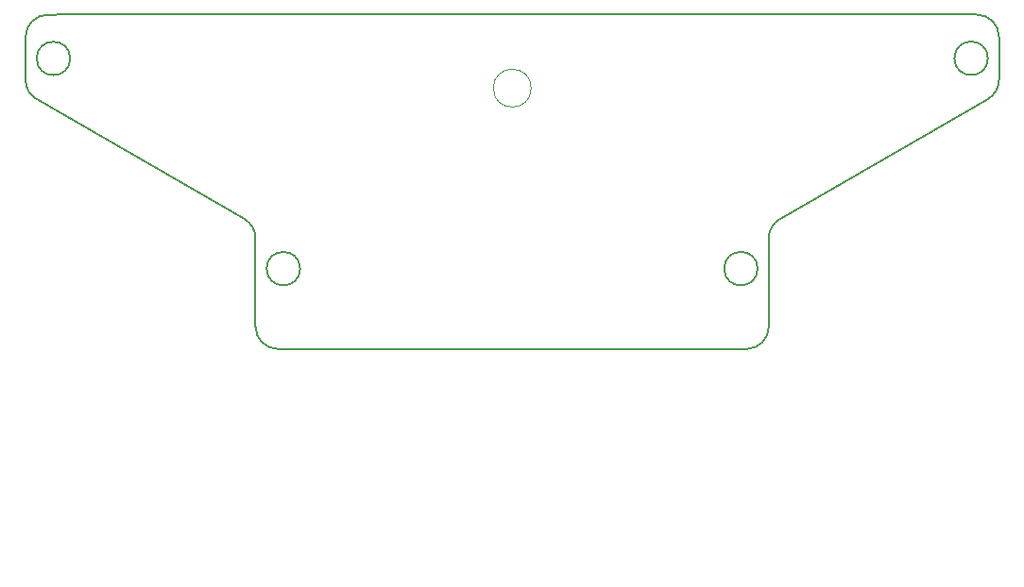
<source format=gbr>
%TF.GenerationSoftware,KiCad,Pcbnew,(6.0.5)*%
%TF.CreationDate,2022-10-17T22:28:47+09:00*%
%TF.ProjectId,kikker_board,6b696b6b-6572-45f6-926f-6172642e6b69,rev?*%
%TF.SameCoordinates,Original*%
%TF.FileFunction,Profile,NP*%
%FSLAX46Y46*%
G04 Gerber Fmt 4.6, Leading zero omitted, Abs format (unit mm)*
G04 Created by KiCad (PCBNEW (6.0.5)) date 2022-10-17 22:28:47*
%MOMM*%
%LPD*%
G01*
G04 APERTURE LIST*
%TA.AperFunction,Profile*%
%ADD10C,0.200000*%
%TD*%
%TA.AperFunction,Profile*%
%ADD11C,0.100050*%
%TD*%
%TA.AperFunction,Profile*%
%ADD12C,0.120000*%
%TD*%
G04 APERTURE END LIST*
D10*
X195026776Y-75442626D02*
G75*
G03*
X195026776Y-75442626I-1500000J0D01*
G01*
X129384288Y-98480932D02*
X129384288Y-99519976D01*
X196026724Y-73519976D02*
G75*
G03*
X194026776Y-71519976I-2000024J-24D01*
G01*
X196026776Y-77365275D02*
X196026776Y-73519976D01*
X175388337Y-99519975D02*
X175388337Y-98476538D01*
X174388337Y-94311848D02*
G75*
G03*
X174388337Y-94311848I-1500000J0D01*
G01*
X129384288Y-91590172D02*
X129384288Y-98480932D01*
X108773225Y-73533444D02*
X108773225Y-77378857D01*
X176388352Y-89858261D02*
G75*
G03*
X175388336Y-91590285I999948J-1732039D01*
G01*
X112773225Y-75456150D02*
G75*
G03*
X112773225Y-75456150I-1500000J0D01*
G01*
D11*
X152438362Y-121519976D02*
G75*
G03*
X152438362Y-121519976I-50025J0D01*
G01*
D10*
X131384288Y-101519976D02*
X152388336Y-101519976D01*
X129384324Y-99519976D02*
G75*
G03*
X131384288Y-101519976I1999976J-24D01*
G01*
X195026781Y-79097334D02*
G75*
G03*
X196026776Y-77365275I-999981J1732034D01*
G01*
X173388337Y-101520037D02*
G75*
G03*
X175388337Y-99519975I-37J2000037D01*
G01*
X109773078Y-79110822D02*
X128384435Y-89858206D01*
X192388336Y-71519976D02*
X112388336Y-71519975D01*
X133384288Y-94312862D02*
G75*
G03*
X133384288Y-94312862I-1500000J0D01*
G01*
X194026776Y-71519976D02*
X192388336Y-71519976D01*
X176388336Y-89858234D02*
X195026776Y-79097326D01*
X175388337Y-98476538D02*
X175388336Y-91590285D01*
X129384318Y-91590172D02*
G75*
G03*
X128384435Y-89858206I-2000018J-28D01*
G01*
X112388336Y-71519975D02*
X110756633Y-71533513D01*
X110756633Y-71533494D02*
G75*
G03*
X108773225Y-73533444I16567J-1999906D01*
G01*
X152388336Y-101519976D02*
X173388337Y-101519975D01*
X108773251Y-77378857D02*
G75*
G03*
X109773078Y-79110822I1999949J-43D01*
G01*
D12*
%TO.C,Q1*%
X154100000Y-78120000D02*
G75*
G03*
X154100000Y-78120000I-1700000J0D01*
G01*
%TD*%
M02*

</source>
